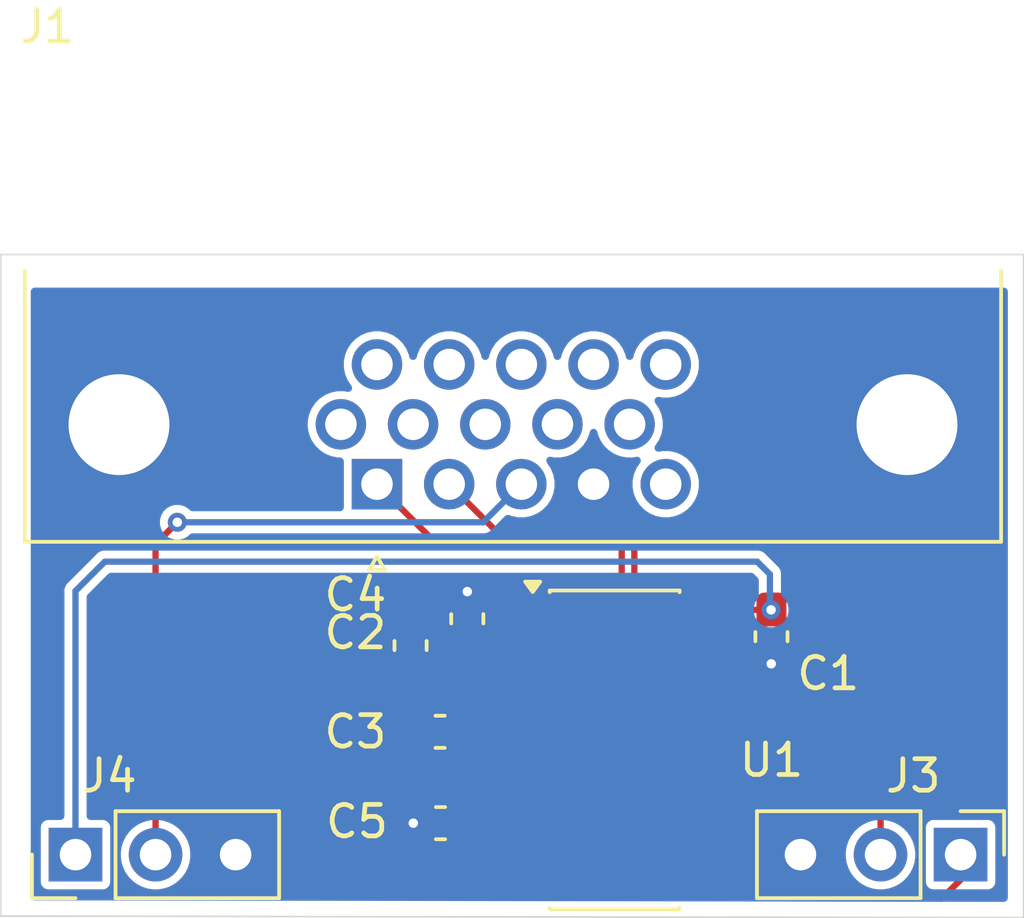
<source format=kicad_pcb>
(kicad_pcb (version 20241229) (generator "pcbnew") (generator_version "9.0")
  (layers (0 "F.Cu" signal) (2 "B.Cu" signal) (13 "F.Paste" user) (15 "B.Paste" user) (5 "F.SilkS" user "F.Silkscreen") (7 "B.SilkS" user "B.Silkscreen") (1 "F.Mask" user) (3 "B.Mask" user) (25 "Edge.Cuts" user))
  (net 0 "")
  (net 1 "/GND")
  (net 2 "/3V3_in")
  (net 3 "Net-(U1-C1-)")
  (net 4 "Net-(U1-C1+)")
  (net 5 "Net-(U1-C2+)")
  (net 6 "Net-(U1-C2-)")
  (net 7 "Net-(U1-VS+)")
  (net 8 "Net-(U1-VS-)")
  (net 16 "/12V_in")
  (net 17 "/UART_TX_13V")
  (net 18 "/UART_RX_13V")
  (net 23 "/UART_RX_3V3")
  (net 24 "/UART_TX_3V3")
  (footprint "Capacitor_SMD:C_0603_1608Metric_Pad1.08x0.95mm_HandSolder" (layer "F.Cu") (at 143 96.5 180)
    (property "Reference" "C5" (at 2.65 0.05 0) (layer "F.SilkS"))
    (property "Value" "0.1uF" (hide yes))
    (fp_line (start -0.146267 0.51) (end 0.146267 0.51) (stroke (width 0.12)) (layer "F.SilkS"))
    (fp_line (start -0.146267 -0.51) (end 0.146267 -0.51) (stroke (width 0.12)) (layer "F.SilkS"))
    (pad "1" smd roundrect (at -0.8625 0 180) (size 1.075 0.95) (layers "F.Cu" "F.Mask" "F.Paste") (net 8 "Net-(U1-VS-)"))
    (pad "2" smd roundrect (at 0.8625 0 180) (size 1.075 0.95) (layers "F.Cu" "F.Mask" "F.Paste") (net 1 "/GND"))
  )
  (footprint "Capacitor_SMD:C_0603_1608Metric_Pad1.08x0.95mm_HandSolder" (layer "F.Cu") (at 142.05 90.8625 -90)
    (property "Reference" "C2" (at -0.4125 1.75 180) (layer "F.SilkS"))
    (property "Value" "0.1uF" (hide yes))
    (fp_line (start -0.146267 0.51) (end 0.146267 0.51) (stroke (width 0.12)) (layer "F.SilkS"))
    (fp_line (start -0.146267 -0.51) (end 0.146267 -0.51) (stroke (width 0.12)) (layer "F.SilkS"))
    (pad "1" smd roundrect (at -0.8625 0 270) (size 1.075 0.95) (layers "F.Cu" "F.Mask" "F.Paste") (net 4 "Net-(U1-C1+)"))
    (pad "2" smd roundrect (at 0.8625 0 270) (size 1.075 0.95) (layers "F.Cu" "F.Mask" "F.Paste") (net 3 "Net-(U1-C1-)"))
  )
  (footprint "Capacitor_SMD:C_0603_1608Metric_Pad1.08x0.95mm_HandSolder" (layer "F.Cu") (at 142.9875 93.6 180)
    (property "Reference" "C3" (at 2.6875 0 0) (layer "F.SilkS"))
    (property "Value" "0.1uF" (hide yes))
    (fp_line (start -0.146267 0.51) (end 0.146267 0.51) (stroke (width 0.12)) (layer "F.SilkS"))
    (fp_line (start -0.146267 -0.51) (end 0.146267 -0.51) (stroke (width 0.12)) (layer "F.SilkS"))
    (pad "1" smd roundrect (at -0.8625 0 180) (size 1.075 0.95) (layers "F.Cu" "F.Mask" "F.Paste") (net 5 "Net-(U1-C2+)"))
    (pad "2" smd roundrect (at 0.8625 0 180) (size 1.075 0.95) (layers "F.Cu" "F.Mask" "F.Paste") (net 6 "Net-(U1-C2-)"))
  )
  (footprint "Connector_PinHeader_2.54mm:PinHeader_1x03_P2.54mm_Vertical" (layer "F.Cu") (at 159.5 97.5 -90)
    (property "Reference" "J3" (at -2.5 1.5 180) (layer "F.SilkS"))
    (property "Value" "Conn_01x03" (hide yes))
    (fp_line (start -1.38 6.46) (end 1.38 6.46) (stroke (width 0.12)) (layer "F.SilkS"))
    (fp_line (start -1.38 1.27) (end -1.38 6.46) (stroke (width 0.12)) (layer "F.SilkS"))
    (fp_line (start -1.38 1.27) (end 1.38 1.27) (stroke (width 0.12)) (layer "F.SilkS"))
    (fp_line (start 1.38 1.27) (end 1.38 6.46) (stroke (width 0.12)) (layer "F.SilkS"))
    (fp_line (start -1.38 0) (end -1.38 -1.38) (stroke (width 0.12)) (layer "F.SilkS"))
    (fp_line (start -1.38 -1.38) (end 0 -1.38) (stroke (width 0.12)) (layer "F.SilkS"))
    (pad "1" thru_hole rect (at 0 0 270) (size 1.7 1.7) (drill 1) (layers "*.Cu" "*.Mask") (net 24 "/UART_TX_3V3"))
    (pad "2" thru_hole circle (at 0 2.54 270) (size 1.7 1.7) (drill 1) (layers "*.Cu" "*.Mask") (net 23 "/UART_RX_3V3"))
    (pad "3" thru_hole circle (at 0 5.08 270) (size 1.7 1.7) (drill 1) (layers "*.Cu" "*.Mask") (net 1 "/GND"))
  )
  (footprint "Capacitor_SMD:C_0603_1608Metric_Pad1.08x0.95mm_HandSolder" (layer "F.Cu") (at 143.85 90.0125 90)
    (property "Reference" "C4" (at 0.7625 -3.55 0) (layer "F.SilkS"))
    (property "Value" "0.1uF" (hide yes))
    (fp_line (start -0.146267 -0.51) (end 0.146267 -0.51) (stroke (width 0.12)) (layer "F.SilkS"))
    (fp_line (start -0.146267 0.51) (end 0.146267 0.51) (stroke (width 0.12)) (layer "F.SilkS"))
    (pad "1" smd roundrect (at -0.8625 0 90) (size 1.075 0.95) (layers "F.Cu" "F.Mask" "F.Paste") (net 7 "Net-(U1-VS+)"))
    (pad "2" smd roundrect (at 0.8625 0 90) (size 1.075 0.95) (layers "F.Cu" "F.Mask" "F.Paste") (net 1 "/GND"))
  )
  (footprint "Package_SO:SOIC-16_3.9x9.9mm_P1.27mm" (layer "F.Cu") (at 148.525 94.175)
    (property "Reference" "U1" (at 4.975 0.325 0) (layer "F.SilkS"))
    (property "Value" "MAX3232" (hide yes))
    (fp_line (start -2.06 -5.06) (end 2.06 -5.06) (stroke (width 0.12)) (layer "F.SilkS"))
    (fp_line (start -2.06 -5.005) (end -2.06 -5.06) (stroke (width 0.12)) (layer "F.SilkS"))
    (fp_line (start -2.06 5.06) (end -2.06 5.005) (stroke (width 0.12)) (layer "F.SilkS"))
    (fp_line (start 2.06 -5.06) (end 2.06 -5.005) (stroke (width 0.12)) (layer "F.SilkS"))
    (fp_line (start 2.06 5.005) (end 2.06 5.06) (stroke (width 0.12)) (layer "F.SilkS"))
    (fp_line (start 2.06 5.06) (end -2.06 5.06) (stroke (width 0.12)) (layer "F.SilkS"))
    (fp_poly (pts (xy -2.6 -5.01) (xy -2.84 -5.34) (xy -2.36 -5.34)) (stroke (width 0.12)) (fill yes) (layer "F.SilkS"))
    (pad "1" smd roundrect (at -2.475 -4.445) (size 1.95 0.6) (layers "F.Cu" "F.Mask" "F.Paste") (net 4 "Net-(U1-C1+)"))
    (pad "2" smd roundrect (at -2.475 -3.175) (size 1.95 0.6) (layers "F.Cu" "F.Mask" "F.Paste") (net 7 "Net-(U1-VS+)"))
    (pad "3" smd roundrect (at -2.475 -1.905) (size 1.95 0.6) (layers "F.Cu" "F.Mask" "F.Paste") (net 3 "Net-(U1-C1-)"))
    (pad "4" smd roundrect (at -2.475 -0.635) (size 1.95 0.6) (layers "F.Cu" "F.Mask" "F.Paste") (net 5 "Net-(U1-C2+)"))
    (pad "5" smd roundrect (at -2.475 0.635) (size 1.95 0.6) (layers "F.Cu" "F.Mask" "F.Paste") (net 6 "Net-(U1-C2-)"))
    (pad "6" smd roundrect (at -2.475 1.905) (size 1.95 0.6) (layers "F.Cu" "F.Mask" "F.Paste") (net 8 "Net-(U1-VS-)"))
    (pad "7" smd roundrect (at -2.475 3.175) (size 1.95 0.6) (layers "F.Cu" "F.Mask" "F.Paste"))
    (pad "8" smd roundrect (at -2.475 4.445) (size 1.95 0.6) (layers "F.Cu" "F.Mask" "F.Paste"))
    (pad "9" smd roundrect (at 2.475 4.445) (size 1.95 0.6) (layers "F.Cu" "F.Mask" "F.Paste"))
    (pad "10" smd roundrect (at 2.475 3.175) (size 1.95 0.6) (layers "F.Cu" "F.Mask" "F.Paste"))
    (pad "11" smd roundrect (at 2.475 1.905) (size 1.95 0.6) (layers "F.Cu" "F.Mask" "F.Paste") (net 24 "/UART_TX_3V3"))
    (pad "12" smd roundrect (at 2.475 0.635) (size 1.95 0.6) (layers "F.Cu" "F.Mask" "F.Paste") (net 23 "/UART_RX_3V3"))
    (pad "13" smd roundrect (at 2.475 -0.635) (size 1.95 0.6) (layers "F.Cu" "F.Mask" "F.Paste") (net 18 "/UART_RX_13V"))
    (pad "14" smd roundrect (at 2.475 -1.905) (size 1.95 0.6) (layers "F.Cu" "F.Mask" "F.Paste") (net 17 "/UART_TX_13V"))
    (pad "15" smd roundrect (at 2.475 -3.175) (size 1.95 0.6) (layers "F.Cu" "F.Mask" "F.Paste") (net 1 "/GND"))
    (pad "16" smd roundrect (at 2.475 -4.445) (size 1.95 0.6) (layers "F.Cu" "F.Mask" "F.Paste") (net 2 "/3V3_in"))
  )
  (footprint "Connector_Dsub:DSUB-15-HD_Socket_Horizontal_P2.29x1.90mm_EdgePinOffset3.03mm_Housed_MountingHolesOffset4.94mm" (layer "F.Cu") (at 140.985 85.74 180)
    (property "Reference" "J1" (at 10.46 14.520662 0) (layer "F.SilkS"))
    (property "Value" "DE15_Socket_HighDensity_MountingHoles" (hide yes))
    (fp_line (start 11.17 -1.83) (end 11.17 6.77) (stroke (width 0.12)) (layer "F.SilkS"))
    (fp_line (start 0.25 -2.724338) (end 0 -2.291325) (stroke (width 0.12)) (layer "F.SilkS"))
    (fp_line (start 0 -2.291325) (end -0.25 -2.724338) (stroke (width 0.12)) (layer "F.SilkS"))
    (fp_line (start -0.25 -2.724338) (end 0.25 -2.724338) (stroke (width 0.12)) (layer "F.SilkS"))
    (fp_line (start -19.8 6.77) (end -19.8 -1.83) (stroke (width 0.12)) (layer "F.SilkS"))
    (fp_line (start -19.8 -1.83) (end 11.17 -1.83) (stroke (width 0.12)) (layer "F.SilkS"))
    (pad "0" thru_hole circle (at -16.815 1.89 180) (size 4 4) (drill 3.2) (layers "*.Cu" "*.Mask") (net 1 "/GND"))
    (pad "0" thru_hole circle (at 8.185 1.89 180) (size 4 4) (drill 3.2) (layers "*.Cu" "*.Mask") (net 1 "/GND"))
    (pad "1" thru_hole rect (at 0 0 180) (size 1.6 1.6) (drill 1) (layers "*.Cu" "*.Mask") (net 18 "/UART_RX_13V"))
    (pad "2" thru_hole circle (at -2.29 0 180) (size 1.6 1.6) (drill 1) (layers "*.Cu" "*.Mask") (net 17 "/UART_TX_13V"))
    (pad "3" thru_hole circle (at -4.58 0 180) (size 1.6 1.6) (drill 1) (layers "*.Cu" "*.Mask") (net 16 "/12V_in"))
    (pad "4" thru_hole circle (at -6.87 0 180) (size 1.6 1.6) (drill 1) (layers "*.Cu" "*.Mask") (net 1 "/GND"))
    (pad "5" thru_hole circle (at -9.16 0 180) (size 1.6 1.6) (drill 1) (layers "*.Cu" "*.Mask"))
    (pad "6" thru_hole circle (at 1.145 1.9 180) (size 1.6 1.6) (drill 1) (layers "*.Cu" "*.Mask"))
    (pad "7" thru_hole circle (at -1.145 1.9 180) (size 1.6 1.6) (drill 1) (layers "*.Cu" "*.Mask"))
    (pad "8" thru_hole circle (at -3.435 1.9 180) (size 1.6 1.6) (drill 1) (layers "*.Cu" "*.Mask"))
    (pad "9" thru_hole circle (at -5.725 1.9 180) (size 1.6 1.6) (drill 1) (layers "*.Cu" "*.Mask"))
    (pad "10" thru_hole circle (at -8.015 1.9 180) (size 1.6 1.6) (drill 1) (layers "*.Cu" "*.Mask"))
    (pad "11" thru_hole circle (at 0 3.8 180) (size 1.6 1.6) (drill 1) (layers "*.Cu" "*.Mask"))
    (pad "12" thru_hole circle (at -2.29 3.8 180) (size 1.6 1.6) (drill 1) (layers "*.Cu" "*.Mask"))
    (pad "13" thru_hole circle (at -4.58 3.8 180) (size 1.6 1.6) (drill 1) (layers "*.Cu" "*.Mask"))
    (pad "14" thru_hole circle (at -6.87 3.8 180) (size 1.6 1.6) (drill 1) (layers "*.Cu" "*.Mask"))
    (pad "15" thru_hole circle (at -9.16 3.8 180) (size 1.6 1.6) (drill 1) (layers "*.Cu" "*.Mask"))
  )
  (footprint "Connector_PinHeader_2.54mm:PinHeader_1x03_P2.54mm_Vertical" (layer "F.Cu") (at 131.42 97.5 90)
    (property "Reference" "J4" (at 2.5 1.08 180) (layer "F.SilkS"))
    (property "Value" "Conn_01x03" (hide yes))
    (fp_line (start -1.38 -1.38) (end 0 -1.38) (stroke (width 0.12)) (layer "F.SilkS"))
    (fp_line (start -1.38 0) (end -1.38 -1.38) (stroke (width 0.12)) (layer "F.SilkS"))
    (fp_line (start 1.38 1.27) (end 1.38 6.46) (stroke (width 0.12)) (layer "F.SilkS"))
    (fp_line (start -1.38 1.27) (end 1.38 1.27) (stroke (width 0.12)) (layer "F.SilkS"))
    (fp_line (start -1.38 1.27) (end -1.38 6.46) (stroke (width 0.12)) (layer "F.SilkS"))
    (fp_line (start -1.38 6.46) (end 1.38 6.46) (stroke (width 0.12)) (layer "F.SilkS"))
    (pad "1" thru_hole rect (at 0 0 90) (size 1.7 1.7) (drill 1) (layers "*.Cu" "*.Mask") (net 2 "/3V3_in"))
    (pad "2" thru_hole circle (at 0 2.54 90) (size 1.7 1.7) (drill 1) (layers "*.Cu" "*.Mask") (net 16 "/12V_in"))
    (pad "3" thru_hole circle (at 0 5.08 90) (size 1.7 1.7) (drill 1) (layers "*.Cu" "*.Mask") (net 1 "/GND"))
  )
  (footprint "Capacitor_SMD:C_0603_1608Metric_Pad1.08x0.95mm_HandSolder" (layer "F.Cu") (at 153.5 90.58 -90)
    (property "Reference" "C1" (at 1.17 -1.8 180) (layer "F.SilkS"))
    (property "Value" "0.1uF" (hide yes))
    (fp_line (start -0.146267 0.51) (end 0.146267 0.51) (stroke (width 0.12)) (layer "F.SilkS"))
    (fp_line (start -0.146267 -0.51) (end 0.146267 -0.51) (stroke (width 0.12)) (layer "F.SilkS"))
    (pad "1" smd roundrect (at -0.8625 0 270) (size 1.075 0.95) (layers "F.Cu" "F.Mask" "F.Paste") (net 2 "/3V3_in"))
    (pad "2" smd roundrect (at 0.8625 0 270) (size 1.075 0.95) (layers "F.Cu" "F.Mask" "F.Paste") (net 1 "/GND"))
  )
  (gr_line (start 161.5 99.5) (end 129.05 99.45) (stroke (width 0.05)) (layer "Edge.Cuts"))
  (gr_line (start 129.05 78.45) (end 161.5 78.45) (stroke (width 0.05)) (layer "Edge.Cuts"))
  (gr_line (start 161.5 78.45) (end 161.5 99.5) (stroke (width 0.05)) (layer "Edge.Cuts"))
  (gr_line (start 129.05 99.45) (end 129.05 78.45) (stroke (width 0.05)) (layer "Edge.Cuts"))
  (segment (start 153.4925 91.4425) (end 153.5 91.4425) (width 0.2) (layer "F.Cu") (net 1))
  (segment (start 152.2 91) (end 152.6425 91.4425) (width 0.2) (layer "F.Cu") (net 1))
  (segment (start 151 91) (end 152.2 91) (width 0.2) (layer "F.Cu") (net 1))
  (segment (start 152.6425 91.4425) (end 153.4925 91.4425) (width 0.2) (layer "F.Cu") (net 1))
  (via (at 142.1375 96.5) (size 0.6) (drill 0.3) (layers "F.Cu" "B.Cu") (net 1))
  (via (at 143.85 89.15) (size 0.6) (drill 0.3) (layers "F.Cu" "B.Cu") (net 1))
  (via (at 153.4925 91.4425) (size 0.6) (drill 0.3) (layers "F.Cu" "B.Cu") (net 1))
  (segment (start 151 89.73) (end 153.4875 89.73) (width 0.2) (layer "F.Cu") (net 2))
  (segment (start 153.4875 89.73) (end 153.5 89.7175) (width 0.2) (layer "F.Cu") (net 2))
  (via (at 153.4875 89.73) (size 0.6) (drill 0.3) (layers "F.Cu" "B.Cu") (net 2))
  (segment (start 131.42 97.5) (end 131.42 89.13) (width 0.2) (layer "B.Cu") (net 2))
  (segment (start 153.45 89.65) (end 153.5 89.7) (width 0.2) (layer "B.Cu") (net 2))
  (segment (start 132.35 88.2) (end 153.05 88.2) (width 0.2) (layer "B.Cu") (net 2))
  (segment (start 153.05 88.2) (end 153.45 88.6) (width 0.2) (layer "B.Cu") (net 2))
  (segment (start 153.45 88.6) (end 153.45 89.65) (width 0.2) (layer "B.Cu") (net 2))
  (segment (start 131.42 89.13) (end 132.35 88.2) (width 0.2) (layer "B.Cu") (net 2))
  (segment (start 146.05 92.27) (end 142.595 92.27) (width 0.2) (layer "F.Cu") (net 3))
  (segment (start 142.595 92.27) (end 142.05 91.725) (width 0.2) (layer "F.Cu") (net 3))
  (segment (start 146.05 89.73) (end 145.78 90) (width 0.2) (layer "F.Cu") (net 4))
  (segment (start 145.78 90) (end 142.05 90) (width 0.2) (layer "F.Cu") (net 4))
  (segment (start 146.05 93.54) (end 143.91 93.54) (width 0.2) (layer "F.Cu") (net 5))
  (segment (start 143.91 93.54) (end 143.85 93.6) (width 0.2) (layer "F.Cu") (net 5))
  (segment (start 142.56 94.81) (end 146.05 94.81) (width 0.2) (layer "F.Cu") (net 6))
  (segment (start 142.125 94.375) (end 142.56 94.81) (width 0.2) (layer "F.Cu") (net 6))
  (segment (start 142.125 93.6) (end 142.125 94.375) (width 0.2) (layer "F.Cu") (net 6))
  (segment (start 146.05 91) (end 143.975 91) (width 0.2) (layer "F.Cu") (net 7))
  (segment (start 143.975 91) (end 143.85 90.875) (width 0.2) (layer "F.Cu") (net 7))
  (segment (start 143.8625 96.5) (end 144.45 96.5) (width 0.2) (layer "F.Cu") (net 8))
  (segment (start 144.45 96.5) (end 144.87 96.08) (width 0.2) (layer "F.Cu") (net 8))
  (segment (start 144.87 96.08) (end 146.05 96.08) (width 0.2) (layer "F.Cu") (net 8))
  (segment (start 133.96 97.5) (end 133.96 87.64) (width 0.2) (layer "F.Cu") (net 16))
  (segment (start 133.96 87.64) (end 134.65 86.95) (width 0.2) (layer "F.Cu") (net 16))
  (via (at 134.65 86.95) (size 0.6) (drill 0.3) (layers "F.Cu" "B.Cu") (net 16))
  (segment (start 134.65 86.95) (end 144.355 86.95) (width 0.2) (layer "B.Cu") (net 16))
  (segment (start 144.355 86.95) (end 145.565 85.74) (width 0.2) (layer "B.Cu") (net 16))
  (segment (start 149.15 91.394999) (end 150.025001 92.27) (width 0.2) (layer "F.Cu") (net 17))
  (segment (start 150.025001 92.27) (end 151 92.27) (width 0.2) (layer "F.Cu") (net 17))
  (segment (start 149.15 87.65) (end 149.15 91.394999) (width 0.2) (layer "F.Cu") (net 17))
  (segment (start 143.275 85.74) (end 144.735 87.2) (width 0.2) (layer "F.Cu") (net 17))
  (segment (start 148.7 87.2) (end 149.15 87.65) (width 0.2) (layer "F.Cu") (net 17))
  (segment (start 144.735 87.2) (end 148.7 87.2) (width 0.2) (layer "F.Cu") (net 17))
  (segment (start 142.846 87.601) (end 140.985 85.74) (width 0.2) (layer "F.Cu") (net 18))
  (segment (start 150.09 93.54) (end 148.749 92.199) (width 0.2) (layer "F.Cu") (net 18))
  (segment (start 148.5339 87.601) (end 142.846 87.601) (width 0.2) (layer "F.Cu") (net 18))
  (segment (start 148.749 92.199) (end 148.749 87.8161) (width 0.2) (layer "F.Cu") (net 18))
  (segment (start 151 93.54) (end 150.09 93.54) (width 0.2) (layer "F.Cu") (net 18))
  (segment (start 148.749 87.8161) (end 148.5339 87.601) (width 0.2) (layer "F.Cu") (net 18))
  (segment (start 151 94.81) (end 156.31 94.81) (width 0.2) (layer "F.Cu") (net 23))
  (segment (start 156.31 94.81) (end 156.96 95.46) (width 0.2) (layer "F.Cu") (net 23))
  (segment (start 156.96 95.46) (end 156.96 97.5) (width 0.2) (layer "F.Cu") (net 23))
  (segment (start 151.974999 96.08) (end 152.600331 96.705332) (width 0.2) (layer "F.Cu") (net 24))
  (segment (start 158.895369 98.890125) (end 158.900239 98.894995) (width 0.2) (layer "F.Cu") (net 24))
  (segment (start 155.740125 98.890125) (end 158.895369 98.890125) (width 0.2) (layer "F.Cu") (net 24))
  (segment (start 159.5 98.295234) (end 159.5 97.5) (width 0.2) (layer "F.Cu") (net 24))
  (segment (start 152.600331 96.705332) (end 152.600331 98.885287) (width 0.2) (layer "F.Cu") (net 24))
  (segment (start 152.600331 98.885287) (end 155.740125 98.890125) (width 0.2) (layer "F.Cu") (net 24))
  (segment (start 151 96.08) (end 151.974999 96.08) (width 0.2) (layer "F.Cu") (net 24))
  (segment (start 158.900239 98.894995) (end 159.5 98.295234) (width 0.2) (layer "F.Cu") (net 24))
  (zone (net 1) (net_name "/GND") (layer "B.Cu") (connect_pads yes (clearance 0.25)) (min_thickness 0.25) (fill yes (thermal_gap 0.25) (thermal_bridge_width 0.3))
    (polygon (pts (xy 130 79.5) (xy 130 99) (xy 161 99) (xy 161.2 79.5)))
  )
)
</source>
